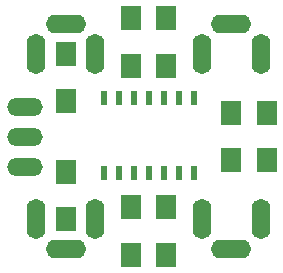
<source format=gbr>
G04 #@! TF.GenerationSoftware,KiCad,Pcbnew,6.0.2+dfsg-1*
G04 #@! TF.CreationDate,2022-10-10T23:20:56+02:00*
G04 #@! TF.ProjectId,buffered_multiple,62756666-6572-4656-945f-6d756c746970,rev?*
G04 #@! TF.SameCoordinates,Original*
G04 #@! TF.FileFunction,Soldermask,Bot*
G04 #@! TF.FilePolarity,Negative*
%FSLAX46Y46*%
G04 Gerber Fmt 4.6, Leading zero omitted, Abs format (unit mm)*
G04 Created by KiCad (PCBNEW 6.0.2+dfsg-1) date 2022-10-10 23:20:56*
%MOMM*%
%LPD*%
G01*
G04 APERTURE LIST*
%ADD10O,3.010000X1.510000*%
%ADD11O,1.600000X3.400000*%
%ADD12O,3.400000X1.600000*%
%ADD13R,0.508000X1.143000*%
%ADD14R,1.700000X2.000000*%
G04 APERTURE END LIST*
D10*
X192000000Y-115040000D03*
X192000000Y-112500000D03*
X192000000Y-109960000D03*
D11*
X198000000Y-105500000D03*
D12*
X195500000Y-103000000D03*
D11*
X193000000Y-105500000D03*
X212000000Y-105500000D03*
D12*
X209500000Y-103000000D03*
D11*
X207000000Y-105500000D03*
X207000000Y-119500000D03*
D12*
X209500000Y-122000000D03*
D11*
X212000000Y-119500000D03*
X193000000Y-119500000D03*
D12*
X195500000Y-122000000D03*
D11*
X198000000Y-119500000D03*
D13*
X198690000Y-109198000D03*
X199960000Y-109198000D03*
X201230000Y-109198000D03*
X202500000Y-109198000D03*
X203770000Y-109198000D03*
X205040000Y-109198000D03*
X206310000Y-109198000D03*
X206310000Y-115548000D03*
X205040000Y-115548000D03*
X203770000Y-115548000D03*
X202500000Y-115548000D03*
X201230000Y-115548000D03*
X199960000Y-115548000D03*
X198690000Y-115548000D03*
D14*
X204000000Y-106500000D03*
X204000000Y-102500000D03*
X201000000Y-102500000D03*
X201000000Y-106500000D03*
X212500000Y-110500000D03*
X212500000Y-114500000D03*
X209500000Y-114500000D03*
X209500000Y-110500000D03*
X204000000Y-122500000D03*
X204000000Y-118500000D03*
X201000000Y-118500000D03*
X201000000Y-122500000D03*
X195500000Y-119500000D03*
X195500000Y-115500000D03*
X195500000Y-109500000D03*
X195500000Y-105500000D03*
M02*

</source>
